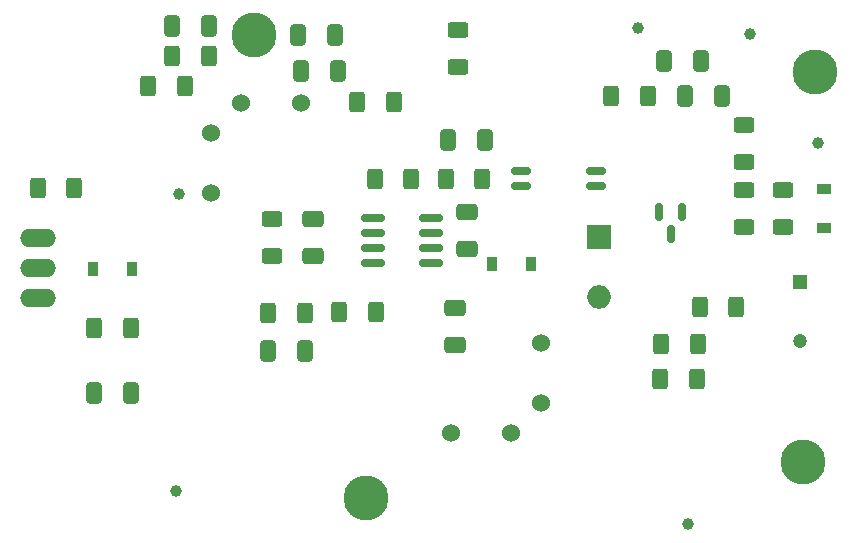
<source format=gbs>
G04 #@! TF.GenerationSoftware,KiCad,Pcbnew,(6.0.11)*
G04 #@! TF.CreationDate,2023-06-14T00:40:10+03:00*
G04 #@! TF.ProjectId,flyback_48V_48W,666c7962-6163-46b5-9f34-38565f343857,rev?*
G04 #@! TF.SameCoordinates,Original*
G04 #@! TF.FileFunction,Soldermask,Bot*
G04 #@! TF.FilePolarity,Negative*
%FSLAX46Y46*%
G04 Gerber Fmt 4.6, Leading zero omitted, Abs format (unit mm)*
G04 Created by KiCad (PCBNEW (6.0.11)) date 2023-06-14 00:40:10*
%MOMM*%
%LPD*%
G01*
G04 APERTURE LIST*
G04 Aperture macros list*
%AMRoundRect*
0 Rectangle with rounded corners*
0 $1 Rounding radius*
0 $2 $3 $4 $5 $6 $7 $8 $9 X,Y pos of 4 corners*
0 Add a 4 corners polygon primitive as box body*
4,1,4,$2,$3,$4,$5,$6,$7,$8,$9,$2,$3,0*
0 Add four circle primitives for the rounded corners*
1,1,$1+$1,$2,$3*
1,1,$1+$1,$4,$5*
1,1,$1+$1,$6,$7*
1,1,$1+$1,$8,$9*
0 Add four rect primitives between the rounded corners*
20,1,$1+$1,$2,$3,$4,$5,0*
20,1,$1+$1,$4,$5,$6,$7,0*
20,1,$1+$1,$6,$7,$8,$9,0*
20,1,$1+$1,$8,$9,$2,$3,0*%
G04 Aperture macros list end*
%ADD10C,1.524000*%
%ADD11C,3.800000*%
%ADD12O,3.048000X1.524000*%
%ADD13R,2.000000X2.000000*%
%ADD14O,2.000000X2.000000*%
%ADD15R,1.200000X1.200000*%
%ADD16C,1.200000*%
%ADD17C,1.000000*%
%ADD18RoundRect,0.250000X0.400000X0.625000X-0.400000X0.625000X-0.400000X-0.625000X0.400000X-0.625000X0*%
%ADD19RoundRect,0.250000X-0.400000X-0.625000X0.400000X-0.625000X0.400000X0.625000X-0.400000X0.625000X0*%
%ADD20RoundRect,0.250000X0.650000X-0.412500X0.650000X0.412500X-0.650000X0.412500X-0.650000X-0.412500X0*%
%ADD21RoundRect,0.150000X-0.825000X-0.150000X0.825000X-0.150000X0.825000X0.150000X-0.825000X0.150000X0*%
%ADD22RoundRect,0.150000X-0.662500X-0.150000X0.662500X-0.150000X0.662500X0.150000X-0.662500X0.150000X0*%
%ADD23RoundRect,0.250000X-0.650000X0.412500X-0.650000X-0.412500X0.650000X-0.412500X0.650000X0.412500X0*%
%ADD24RoundRect,0.250000X0.412500X0.650000X-0.412500X0.650000X-0.412500X-0.650000X0.412500X-0.650000X0*%
%ADD25RoundRect,0.250000X-0.412500X-0.650000X0.412500X-0.650000X0.412500X0.650000X-0.412500X0.650000X0*%
%ADD26R,0.900000X1.200000*%
%ADD27RoundRect,0.250000X-0.625000X0.400000X-0.625000X-0.400000X0.625000X-0.400000X0.625000X0.400000X0*%
%ADD28RoundRect,0.150000X-0.150000X0.587500X-0.150000X-0.587500X0.150000X-0.587500X0.150000X0.587500X0*%
%ADD29RoundRect,0.250000X0.625000X-0.400000X0.625000X0.400000X-0.625000X0.400000X-0.625000X-0.400000X0*%
%ADD30R,1.200000X0.900000*%
G04 APERTURE END LIST*
D10*
X148270000Y-70730000D03*
X148270000Y-65650000D03*
X145730000Y-73270000D03*
X140650000Y-73270000D03*
X120330000Y-52950000D03*
X120330000Y-47870000D03*
X122870000Y-45330000D03*
X127950000Y-45330000D03*
D11*
X133500000Y-78750000D03*
D12*
X105725000Y-61840000D03*
X105725000Y-56760000D03*
X105725000Y-59300000D03*
D11*
X171500000Y-42750000D03*
D13*
X153189500Y-56710000D03*
D14*
X153189500Y-61790000D03*
D15*
X170180000Y-60500000D03*
D16*
X170180000Y-65500000D03*
D11*
X170500000Y-75750000D03*
D17*
X117400000Y-78200000D03*
X160750000Y-81000000D03*
D11*
X123952000Y-39624000D03*
D17*
X171750000Y-48750000D03*
D18*
X120168000Y-41402000D03*
X117068000Y-41402000D03*
D19*
X110450000Y-64400000D03*
X113550000Y-64400000D03*
D18*
X108750000Y-52500000D03*
X105650000Y-52500000D03*
D20*
X129000000Y-58312500D03*
X129000000Y-55187500D03*
D18*
X118136000Y-43942000D03*
X115036000Y-43942000D03*
D19*
X125200000Y-63100000D03*
X128300000Y-63100000D03*
D21*
X134025000Y-58905000D03*
X134025000Y-57635000D03*
X134025000Y-56365000D03*
X134025000Y-55095000D03*
X138975000Y-55095000D03*
X138975000Y-56365000D03*
X138975000Y-57635000D03*
X138975000Y-58905000D03*
D22*
X146562500Y-52385000D03*
X146562500Y-51115000D03*
X152937500Y-51115000D03*
X152937500Y-52385000D03*
D23*
X141000000Y-62687500D03*
X141000000Y-65812500D03*
D24*
X113562500Y-69900000D03*
X110437500Y-69900000D03*
X161812500Y-41750000D03*
X158687500Y-41750000D03*
D25*
X140437500Y-48500000D03*
X143562500Y-48500000D03*
D18*
X161550000Y-65750000D03*
X158450000Y-65750000D03*
D19*
X158350000Y-68750000D03*
X161450000Y-68750000D03*
D18*
X143300000Y-51750000D03*
X140200000Y-51750000D03*
D26*
X113650000Y-59400000D03*
X110350000Y-59400000D03*
X144146000Y-59000000D03*
X147446000Y-59000000D03*
D24*
X163562500Y-44750000D03*
X160437500Y-44750000D03*
D19*
X131200000Y-63000000D03*
X134300000Y-63000000D03*
D24*
X120180500Y-38862000D03*
X117055500Y-38862000D03*
D25*
X127977500Y-42672000D03*
X131102500Y-42672000D03*
D27*
X165500000Y-52700000D03*
X165500000Y-55800000D03*
D18*
X137300000Y-51750000D03*
X134200000Y-51750000D03*
D28*
X158300000Y-54562500D03*
X160200000Y-54562500D03*
X159250000Y-56437500D03*
D27*
X141250000Y-39200000D03*
X141250000Y-42300000D03*
D29*
X165500000Y-50300000D03*
X165500000Y-47200000D03*
D17*
X166000000Y-39500000D03*
D18*
X135800000Y-45250000D03*
X132700000Y-45250000D03*
D30*
X172250000Y-52600000D03*
X172250000Y-55900000D03*
D25*
X125187500Y-66350000D03*
X128312500Y-66350000D03*
D18*
X157300000Y-44750000D03*
X154200000Y-44750000D03*
D17*
X156500000Y-39000000D03*
D20*
X141986000Y-57696500D03*
X141986000Y-54571500D03*
D17*
X117602000Y-53086000D03*
D29*
X125500000Y-58300000D03*
X125500000Y-55200000D03*
X168750000Y-55800000D03*
X168750000Y-52700000D03*
D18*
X164800000Y-62650000D03*
X161700000Y-62650000D03*
D25*
X127723500Y-39624000D03*
X130848500Y-39624000D03*
M02*

</source>
